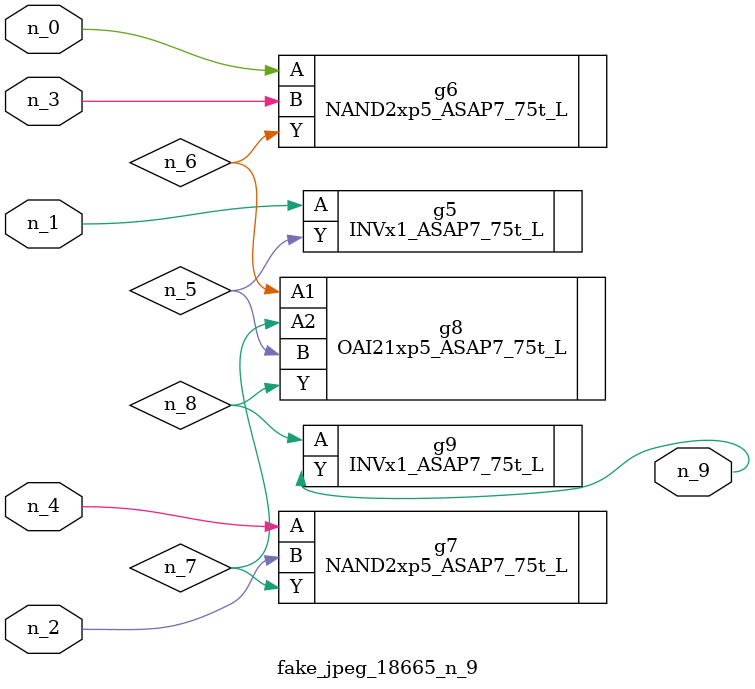
<source format=v>
module fake_jpeg_18665_n_9 (n_3, n_2, n_1, n_0, n_4, n_9);

input n_3;
input n_2;
input n_1;
input n_0;
input n_4;

output n_9;

wire n_8;
wire n_6;
wire n_5;
wire n_7;

INVx1_ASAP7_75t_L g5 ( 
.A(n_1),
.Y(n_5)
);

NAND2xp5_ASAP7_75t_L g6 ( 
.A(n_0),
.B(n_3),
.Y(n_6)
);

NAND2xp5_ASAP7_75t_L g7 ( 
.A(n_4),
.B(n_2),
.Y(n_7)
);

OAI21xp5_ASAP7_75t_L g8 ( 
.A1(n_6),
.A2(n_7),
.B(n_5),
.Y(n_8)
);

INVx1_ASAP7_75t_L g9 ( 
.A(n_8),
.Y(n_9)
);


endmodule
</source>
